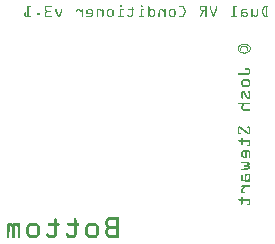
<source format=gbo>
G04 MADE WITH FRITZING*
G04 WWW.FRITZING.ORG*
G04 DOUBLE SIDED*
G04 HOLES PLATED*
G04 CONTOUR ON CENTER OF CONTOUR VECTOR*
%ASAXBY*%
%FSLAX23Y23*%
%MOIN*%
%OFA0B0*%
%SFA1.0B1.0*%
%ADD10R,0.001000X0.001000*%
%LNSILK0*%
G90*
G70*
G54D10*
X486Y1016D02*
X490Y1016D01*
X555Y1016D02*
X559Y1016D01*
X485Y1015D02*
X491Y1015D01*
X554Y1015D02*
X560Y1015D01*
X176Y1014D02*
X188Y1014D01*
X238Y1014D02*
X257Y1014D01*
X485Y1014D02*
X491Y1014D01*
X554Y1014D02*
X560Y1014D01*
X580Y1014D02*
X582Y1014D01*
X683Y1014D02*
X695Y1014D01*
X755Y1014D02*
X773Y1014D01*
X786Y1014D02*
X788Y1014D01*
X805Y1014D02*
X807Y1014D01*
X864Y1014D02*
X873Y1014D01*
X967Y1014D02*
X979Y1014D01*
X176Y1013D02*
X189Y1013D01*
X236Y1013D02*
X258Y1013D01*
X485Y1013D02*
X491Y1013D01*
X554Y1013D02*
X560Y1013D01*
X579Y1013D02*
X582Y1013D01*
X682Y1013D02*
X697Y1013D01*
X753Y1013D02*
X773Y1013D01*
X785Y1013D02*
X789Y1013D01*
X804Y1013D02*
X807Y1013D01*
X863Y1013D02*
X874Y1013D01*
X965Y1013D02*
X979Y1013D01*
X176Y1012D02*
X189Y1012D01*
X236Y1012D02*
X258Y1012D01*
X485Y1012D02*
X491Y1012D01*
X525Y1012D02*
X527Y1012D01*
X554Y1012D02*
X560Y1012D01*
X579Y1012D02*
X583Y1012D01*
X682Y1012D02*
X698Y1012D01*
X752Y1012D02*
X773Y1012D01*
X785Y1012D02*
X789Y1012D01*
X804Y1012D02*
X808Y1012D01*
X863Y1012D02*
X874Y1012D01*
X964Y1012D02*
X979Y1012D01*
X176Y1011D02*
X189Y1011D01*
X235Y1011D02*
X257Y1011D01*
X485Y1011D02*
X491Y1011D01*
X524Y1011D02*
X528Y1011D01*
X554Y1011D02*
X560Y1011D01*
X579Y1011D02*
X583Y1011D01*
X682Y1011D02*
X698Y1011D01*
X752Y1011D02*
X773Y1011D01*
X785Y1011D02*
X789Y1011D01*
X804Y1011D02*
X808Y1011D01*
X863Y1011D02*
X874Y1011D01*
X963Y1011D02*
X979Y1011D01*
X176Y1010D02*
X188Y1010D01*
X235Y1010D02*
X256Y1010D01*
X487Y1010D02*
X490Y1010D01*
X524Y1010D02*
X528Y1010D01*
X555Y1010D02*
X559Y1010D01*
X579Y1010D02*
X583Y1010D01*
X683Y1010D02*
X699Y1010D01*
X751Y1010D02*
X773Y1010D01*
X785Y1010D02*
X789Y1010D01*
X804Y1010D02*
X808Y1010D01*
X863Y1010D02*
X873Y1010D01*
X963Y1010D02*
X978Y1010D01*
X176Y1009D02*
X180Y1009D01*
X235Y1009D02*
X239Y1009D01*
X524Y1009D02*
X528Y1009D01*
X579Y1009D02*
X583Y1009D01*
X695Y1009D02*
X699Y1009D01*
X751Y1009D02*
X755Y1009D01*
X769Y1009D02*
X773Y1009D01*
X785Y1009D02*
X789Y1009D01*
X804Y1009D02*
X808Y1009D01*
X863Y1009D02*
X867Y1009D01*
X962Y1009D02*
X967Y1009D01*
X971Y1009D02*
X975Y1009D01*
X176Y1008D02*
X180Y1008D01*
X235Y1008D02*
X239Y1008D01*
X524Y1008D02*
X528Y1008D01*
X579Y1008D02*
X583Y1008D01*
X695Y1008D02*
X700Y1008D01*
X751Y1008D02*
X755Y1008D01*
X769Y1008D02*
X773Y1008D01*
X785Y1008D02*
X789Y1008D01*
X804Y1008D02*
X808Y1008D01*
X863Y1008D02*
X867Y1008D01*
X962Y1008D02*
X966Y1008D01*
X971Y1008D02*
X975Y1008D01*
X176Y1007D02*
X180Y1007D01*
X235Y1007D02*
X239Y1007D01*
X524Y1007D02*
X528Y1007D01*
X579Y1007D02*
X583Y1007D01*
X696Y1007D02*
X700Y1007D01*
X751Y1007D02*
X754Y1007D01*
X769Y1007D02*
X773Y1007D01*
X785Y1007D02*
X789Y1007D01*
X804Y1007D02*
X808Y1007D01*
X863Y1007D02*
X867Y1007D01*
X961Y1007D02*
X965Y1007D01*
X971Y1007D02*
X975Y1007D01*
X176Y1006D02*
X180Y1006D01*
X235Y1006D02*
X239Y1006D01*
X524Y1006D02*
X528Y1006D01*
X579Y1006D02*
X583Y1006D01*
X696Y1006D02*
X701Y1006D01*
X751Y1006D02*
X754Y1006D01*
X769Y1006D02*
X773Y1006D01*
X785Y1006D02*
X789Y1006D01*
X804Y1006D02*
X808Y1006D01*
X863Y1006D02*
X867Y1006D01*
X961Y1006D02*
X965Y1006D01*
X971Y1006D02*
X975Y1006D01*
X176Y1005D02*
X180Y1005D01*
X235Y1005D02*
X239Y1005D01*
X524Y1005D02*
X528Y1005D01*
X579Y1005D02*
X583Y1005D01*
X697Y1005D02*
X701Y1005D01*
X751Y1005D02*
X754Y1005D01*
X769Y1005D02*
X773Y1005D01*
X785Y1005D02*
X789Y1005D01*
X804Y1005D02*
X808Y1005D01*
X863Y1005D02*
X867Y1005D01*
X960Y1005D02*
X964Y1005D01*
X971Y1005D02*
X975Y1005D01*
X176Y1004D02*
X180Y1004D01*
X235Y1004D02*
X239Y1004D01*
X270Y1004D02*
X272Y1004D01*
X289Y1004D02*
X291Y1004D01*
X343Y1004D02*
X350Y1004D01*
X358Y1004D02*
X360Y1004D01*
X379Y1004D02*
X389Y1004D01*
X412Y1004D02*
X419Y1004D01*
X427Y1004D02*
X429Y1004D01*
X448Y1004D02*
X458Y1004D01*
X486Y1004D02*
X495Y1004D01*
X513Y1004D02*
X532Y1004D01*
X555Y1004D02*
X564Y1004D01*
X579Y1004D02*
X583Y1004D01*
X587Y1004D02*
X595Y1004D01*
X618Y1004D02*
X625Y1004D01*
X633Y1004D02*
X635Y1004D01*
X654Y1004D02*
X664Y1004D01*
X697Y1004D02*
X702Y1004D01*
X751Y1004D02*
X755Y1004D01*
X769Y1004D02*
X773Y1004D01*
X785Y1004D02*
X789Y1004D01*
X804Y1004D02*
X808Y1004D01*
X863Y1004D02*
X867Y1004D01*
X893Y1004D02*
X905Y1004D01*
X924Y1004D02*
X925Y1004D01*
X942Y1004D02*
X944Y1004D01*
X960Y1004D02*
X964Y1004D01*
X971Y1004D02*
X975Y1004D01*
X176Y1003D02*
X180Y1003D01*
X235Y1003D02*
X239Y1003D01*
X270Y1003D02*
X273Y1003D01*
X289Y1003D02*
X292Y1003D01*
X341Y1003D02*
X352Y1003D01*
X357Y1003D02*
X361Y1003D01*
X377Y1003D02*
X391Y1003D01*
X410Y1003D02*
X421Y1003D01*
X426Y1003D02*
X429Y1003D01*
X446Y1003D02*
X459Y1003D01*
X485Y1003D02*
X496Y1003D01*
X513Y1003D02*
X532Y1003D01*
X554Y1003D02*
X564Y1003D01*
X579Y1003D02*
X583Y1003D01*
X586Y1003D02*
X597Y1003D01*
X617Y1003D02*
X627Y1003D01*
X632Y1003D02*
X636Y1003D01*
X652Y1003D02*
X666Y1003D01*
X698Y1003D02*
X702Y1003D01*
X751Y1003D02*
X755Y1003D01*
X769Y1003D02*
X773Y1003D01*
X785Y1003D02*
X789Y1003D01*
X803Y1003D02*
X807Y1003D01*
X863Y1003D02*
X867Y1003D01*
X892Y1003D02*
X906Y1003D01*
X923Y1003D02*
X926Y1003D01*
X942Y1003D02*
X945Y1003D01*
X959Y1003D02*
X963Y1003D01*
X971Y1003D02*
X975Y1003D01*
X176Y1002D02*
X180Y1002D01*
X235Y1002D02*
X239Y1002D01*
X269Y1002D02*
X273Y1002D01*
X288Y1002D02*
X292Y1002D01*
X340Y1002D02*
X353Y1002D01*
X357Y1002D02*
X361Y1002D01*
X376Y1002D02*
X392Y1002D01*
X409Y1002D02*
X422Y1002D01*
X426Y1002D02*
X430Y1002D01*
X445Y1002D02*
X461Y1002D01*
X485Y1002D02*
X496Y1002D01*
X512Y1002D02*
X533Y1002D01*
X554Y1002D02*
X565Y1002D01*
X579Y1002D02*
X598Y1002D01*
X616Y1002D02*
X629Y1002D01*
X632Y1002D02*
X636Y1002D01*
X651Y1002D02*
X667Y1002D01*
X698Y1002D02*
X703Y1002D01*
X751Y1002D02*
X773Y1002D01*
X786Y1002D02*
X790Y1002D01*
X803Y1002D02*
X807Y1002D01*
X863Y1002D02*
X867Y1002D01*
X890Y1002D02*
X906Y1002D01*
X922Y1002D02*
X926Y1002D01*
X941Y1002D02*
X945Y1002D01*
X959Y1002D02*
X963Y1002D01*
X971Y1002D02*
X975Y1002D01*
X176Y1001D02*
X180Y1001D01*
X235Y1001D02*
X239Y1001D01*
X269Y1001D02*
X273Y1001D01*
X288Y1001D02*
X292Y1001D01*
X339Y1001D02*
X354Y1001D01*
X357Y1001D02*
X361Y1001D01*
X375Y1001D02*
X393Y1001D01*
X409Y1001D02*
X424Y1001D01*
X426Y1001D02*
X430Y1001D01*
X443Y1001D02*
X462Y1001D01*
X485Y1001D02*
X496Y1001D01*
X513Y1001D02*
X532Y1001D01*
X554Y1001D02*
X564Y1001D01*
X579Y1001D02*
X599Y1001D01*
X615Y1001D02*
X630Y1001D01*
X632Y1001D02*
X636Y1001D01*
X650Y1001D02*
X668Y1001D01*
X699Y1001D02*
X703Y1001D01*
X752Y1001D02*
X773Y1001D01*
X786Y1001D02*
X790Y1001D01*
X802Y1001D02*
X807Y1001D01*
X863Y1001D02*
X867Y1001D01*
X890Y1001D02*
X906Y1001D01*
X922Y1001D02*
X926Y1001D01*
X941Y1001D02*
X945Y1001D01*
X958Y1001D02*
X962Y1001D01*
X971Y1001D02*
X975Y1001D01*
X176Y1000D02*
X180Y1000D01*
X235Y1000D02*
X239Y1000D01*
X269Y1000D02*
X273Y1000D01*
X288Y1000D02*
X292Y1000D01*
X339Y1000D02*
X355Y1000D01*
X357Y1000D02*
X361Y1000D01*
X374Y1000D02*
X394Y1000D01*
X408Y1000D02*
X430Y1000D01*
X443Y1000D02*
X462Y1000D01*
X485Y1000D02*
X495Y1000D01*
X514Y1000D02*
X531Y1000D01*
X554Y1000D02*
X563Y1000D01*
X579Y1000D02*
X600Y1000D01*
X614Y1000D02*
X636Y1000D01*
X649Y1000D02*
X669Y1000D01*
X699Y1000D02*
X704Y1000D01*
X753Y1000D02*
X773Y1000D01*
X786Y1000D02*
X791Y1000D01*
X802Y1000D02*
X806Y1000D01*
X863Y1000D02*
X867Y1000D01*
X889Y1000D02*
X905Y1000D01*
X922Y1000D02*
X926Y1000D01*
X941Y1000D02*
X945Y1000D01*
X958Y1000D02*
X962Y1000D01*
X971Y1000D02*
X975Y1000D01*
X176Y999D02*
X180Y999D01*
X235Y999D02*
X240Y999D01*
X269Y999D02*
X273Y999D01*
X288Y999D02*
X292Y999D01*
X338Y999D02*
X343Y999D01*
X350Y999D02*
X361Y999D01*
X373Y999D02*
X379Y999D01*
X389Y999D02*
X394Y999D01*
X408Y999D02*
X412Y999D01*
X419Y999D02*
X430Y999D01*
X442Y999D02*
X447Y999D01*
X458Y999D02*
X463Y999D01*
X485Y999D02*
X489Y999D01*
X524Y999D02*
X528Y999D01*
X554Y999D02*
X558Y999D01*
X579Y999D02*
X587Y999D01*
X595Y999D02*
X601Y999D01*
X614Y999D02*
X618Y999D01*
X625Y999D02*
X636Y999D01*
X648Y999D02*
X654Y999D01*
X664Y999D02*
X669Y999D01*
X700Y999D02*
X704Y999D01*
X754Y999D02*
X773Y999D01*
X787Y999D02*
X791Y999D01*
X802Y999D02*
X806Y999D01*
X863Y999D02*
X867Y999D01*
X889Y999D02*
X893Y999D01*
X922Y999D02*
X926Y999D01*
X941Y999D02*
X945Y999D01*
X957Y999D02*
X961Y999D01*
X971Y999D02*
X975Y999D01*
X176Y998D02*
X180Y998D01*
X236Y998D02*
X252Y998D01*
X269Y998D02*
X273Y998D01*
X288Y998D02*
X292Y998D01*
X338Y998D02*
X342Y998D01*
X351Y998D02*
X361Y998D01*
X373Y998D02*
X377Y998D01*
X390Y998D02*
X395Y998D01*
X408Y998D02*
X411Y998D01*
X421Y998D02*
X430Y998D01*
X442Y998D02*
X446Y998D01*
X459Y998D02*
X464Y998D01*
X485Y998D02*
X489Y998D01*
X524Y998D02*
X528Y998D01*
X554Y998D02*
X558Y998D01*
X579Y998D02*
X586Y998D01*
X596Y998D02*
X601Y998D01*
X614Y998D02*
X618Y998D01*
X627Y998D02*
X636Y998D01*
X648Y998D02*
X652Y998D01*
X665Y998D02*
X670Y998D01*
X700Y998D02*
X704Y998D01*
X756Y998D02*
X773Y998D01*
X787Y998D02*
X791Y998D01*
X801Y998D02*
X805Y998D01*
X863Y998D02*
X867Y998D01*
X889Y998D02*
X893Y998D01*
X922Y998D02*
X926Y998D01*
X941Y998D02*
X945Y998D01*
X957Y998D02*
X961Y998D01*
X971Y998D02*
X975Y998D01*
X176Y997D02*
X180Y997D01*
X236Y997D02*
X253Y997D01*
X270Y997D02*
X274Y997D01*
X288Y997D02*
X292Y997D01*
X338Y997D02*
X342Y997D01*
X352Y997D02*
X361Y997D01*
X373Y997D02*
X377Y997D01*
X391Y997D02*
X395Y997D01*
X407Y997D02*
X411Y997D01*
X422Y997D02*
X430Y997D01*
X441Y997D02*
X445Y997D01*
X460Y997D02*
X464Y997D01*
X485Y997D02*
X489Y997D01*
X524Y997D02*
X528Y997D01*
X554Y997D02*
X558Y997D01*
X579Y997D02*
X585Y997D01*
X597Y997D02*
X601Y997D01*
X614Y997D02*
X618Y997D01*
X628Y997D02*
X636Y997D01*
X648Y997D02*
X652Y997D01*
X666Y997D02*
X670Y997D01*
X701Y997D02*
X704Y997D01*
X760Y997D02*
X765Y997D01*
X769Y997D02*
X773Y997D01*
X788Y997D02*
X792Y997D01*
X801Y997D02*
X805Y997D01*
X863Y997D02*
X867Y997D01*
X889Y997D02*
X893Y997D01*
X922Y997D02*
X926Y997D01*
X941Y997D02*
X945Y997D01*
X957Y997D02*
X961Y997D01*
X971Y997D02*
X975Y997D01*
X176Y996D02*
X180Y996D01*
X237Y996D02*
X253Y996D01*
X270Y996D02*
X274Y996D01*
X287Y996D02*
X291Y996D01*
X338Y996D02*
X342Y996D01*
X353Y996D02*
X361Y996D01*
X373Y996D02*
X376Y996D01*
X391Y996D02*
X395Y996D01*
X407Y996D02*
X411Y996D01*
X424Y996D02*
X430Y996D01*
X441Y996D02*
X445Y996D01*
X460Y996D02*
X464Y996D01*
X485Y996D02*
X489Y996D01*
X524Y996D02*
X528Y996D01*
X554Y996D02*
X558Y996D01*
X579Y996D02*
X584Y996D01*
X598Y996D02*
X601Y996D01*
X614Y996D02*
X617Y996D01*
X630Y996D02*
X636Y996D01*
X648Y996D02*
X651Y996D01*
X666Y996D02*
X670Y996D01*
X701Y996D02*
X705Y996D01*
X760Y996D02*
X764Y996D01*
X769Y996D02*
X773Y996D01*
X788Y996D02*
X792Y996D01*
X801Y996D02*
X805Y996D01*
X863Y996D02*
X867Y996D01*
X889Y996D02*
X892Y996D01*
X922Y996D02*
X926Y996D01*
X941Y996D02*
X945Y996D01*
X957Y996D02*
X961Y996D01*
X971Y996D02*
X975Y996D01*
X176Y995D02*
X180Y995D01*
X236Y995D02*
X253Y995D01*
X271Y995D02*
X275Y995D01*
X287Y995D02*
X291Y995D01*
X338Y995D02*
X342Y995D01*
X355Y995D02*
X361Y995D01*
X373Y995D02*
X376Y995D01*
X391Y995D02*
X395Y995D01*
X407Y995D02*
X411Y995D01*
X425Y995D02*
X430Y995D01*
X441Y995D02*
X445Y995D01*
X460Y995D02*
X464Y995D01*
X485Y995D02*
X489Y995D01*
X524Y995D02*
X528Y995D01*
X554Y995D02*
X558Y995D01*
X579Y995D02*
X583Y995D01*
X598Y995D02*
X601Y995D01*
X614Y995D02*
X617Y995D01*
X631Y995D02*
X636Y995D01*
X647Y995D02*
X651Y995D01*
X666Y995D02*
X670Y995D01*
X701Y995D02*
X704Y995D01*
X759Y995D02*
X764Y995D01*
X769Y995D02*
X773Y995D01*
X788Y995D02*
X793Y995D01*
X800Y995D02*
X804Y995D01*
X863Y995D02*
X867Y995D01*
X889Y995D02*
X892Y995D01*
X922Y995D02*
X926Y995D01*
X941Y995D02*
X945Y995D01*
X957Y995D02*
X961Y995D01*
X971Y995D02*
X975Y995D01*
X167Y994D02*
X169Y994D01*
X176Y994D02*
X180Y994D01*
X236Y994D02*
X252Y994D01*
X271Y994D02*
X275Y994D01*
X286Y994D02*
X291Y994D01*
X339Y994D02*
X341Y994D01*
X356Y994D02*
X361Y994D01*
X373Y994D02*
X376Y994D01*
X391Y994D02*
X395Y994D01*
X407Y994D02*
X411Y994D01*
X426Y994D02*
X430Y994D01*
X441Y994D02*
X445Y994D01*
X460Y994D02*
X464Y994D01*
X485Y994D02*
X489Y994D01*
X524Y994D02*
X528Y994D01*
X554Y994D02*
X558Y994D01*
X579Y994D02*
X583Y994D01*
X598Y994D02*
X601Y994D01*
X614Y994D02*
X617Y994D01*
X632Y994D02*
X636Y994D01*
X647Y994D02*
X651Y994D01*
X666Y994D02*
X670Y994D01*
X700Y994D02*
X704Y994D01*
X758Y994D02*
X763Y994D01*
X769Y994D02*
X773Y994D01*
X789Y994D02*
X793Y994D01*
X800Y994D02*
X804Y994D01*
X863Y994D02*
X867Y994D01*
X889Y994D02*
X906Y994D01*
X922Y994D02*
X926Y994D01*
X941Y994D02*
X945Y994D01*
X957Y994D02*
X961Y994D01*
X971Y994D02*
X975Y994D01*
X167Y993D02*
X170Y993D01*
X176Y993D02*
X180Y993D01*
X235Y993D02*
X240Y993D01*
X271Y993D02*
X276Y993D01*
X286Y993D02*
X290Y993D01*
X357Y993D02*
X361Y993D01*
X373Y993D02*
X376Y993D01*
X391Y993D02*
X395Y993D01*
X407Y993D02*
X411Y993D01*
X426Y993D02*
X430Y993D01*
X441Y993D02*
X445Y993D01*
X460Y993D02*
X464Y993D01*
X485Y993D02*
X489Y993D01*
X524Y993D02*
X528Y993D01*
X554Y993D02*
X558Y993D01*
X579Y993D02*
X583Y993D01*
X598Y993D02*
X601Y993D01*
X614Y993D02*
X617Y993D01*
X632Y993D02*
X636Y993D01*
X647Y993D02*
X651Y993D01*
X666Y993D02*
X670Y993D01*
X700Y993D02*
X704Y993D01*
X758Y993D02*
X762Y993D01*
X769Y993D02*
X773Y993D01*
X789Y993D02*
X793Y993D01*
X799Y993D02*
X804Y993D01*
X863Y993D02*
X867Y993D01*
X889Y993D02*
X908Y993D01*
X922Y993D02*
X926Y993D01*
X941Y993D02*
X945Y993D01*
X957Y993D02*
X961Y993D01*
X971Y993D02*
X975Y993D01*
X166Y992D02*
X170Y992D01*
X176Y992D02*
X180Y992D01*
X209Y992D02*
X215Y992D01*
X235Y992D02*
X239Y992D01*
X272Y992D02*
X276Y992D01*
X285Y992D02*
X290Y992D01*
X357Y992D02*
X361Y992D01*
X373Y992D02*
X395Y992D01*
X407Y992D02*
X411Y992D01*
X426Y992D02*
X430Y992D01*
X441Y992D02*
X445Y992D01*
X460Y992D02*
X464Y992D01*
X485Y992D02*
X489Y992D01*
X524Y992D02*
X528Y992D01*
X554Y992D02*
X558Y992D01*
X579Y992D02*
X583Y992D01*
X598Y992D02*
X601Y992D01*
X614Y992D02*
X617Y992D01*
X632Y992D02*
X636Y992D01*
X647Y992D02*
X651Y992D01*
X666Y992D02*
X670Y992D01*
X699Y992D02*
X704Y992D01*
X757Y992D02*
X762Y992D01*
X769Y992D02*
X773Y992D01*
X790Y992D02*
X794Y992D01*
X799Y992D02*
X803Y992D01*
X863Y992D02*
X867Y992D01*
X889Y992D02*
X909Y992D01*
X922Y992D02*
X926Y992D01*
X941Y992D02*
X945Y992D01*
X958Y992D02*
X962Y992D01*
X971Y992D02*
X975Y992D01*
X166Y991D02*
X170Y991D01*
X176Y991D02*
X180Y991D01*
X208Y991D02*
X216Y991D01*
X235Y991D02*
X239Y991D01*
X272Y991D02*
X277Y991D01*
X285Y991D02*
X289Y991D01*
X357Y991D02*
X361Y991D01*
X373Y991D02*
X395Y991D01*
X407Y991D02*
X411Y991D01*
X426Y991D02*
X430Y991D01*
X441Y991D02*
X445Y991D01*
X460Y991D02*
X464Y991D01*
X485Y991D02*
X489Y991D01*
X524Y991D02*
X528Y991D01*
X554Y991D02*
X558Y991D01*
X579Y991D02*
X583Y991D01*
X598Y991D02*
X601Y991D01*
X614Y991D02*
X617Y991D01*
X632Y991D02*
X636Y991D01*
X647Y991D02*
X651Y991D01*
X666Y991D02*
X670Y991D01*
X699Y991D02*
X703Y991D01*
X757Y991D02*
X761Y991D01*
X769Y991D02*
X773Y991D01*
X790Y991D02*
X794Y991D01*
X799Y991D02*
X803Y991D01*
X863Y991D02*
X867Y991D01*
X888Y991D02*
X910Y991D01*
X922Y991D02*
X926Y991D01*
X941Y991D02*
X945Y991D01*
X958Y991D02*
X962Y991D01*
X971Y991D02*
X975Y991D01*
X166Y990D02*
X170Y990D01*
X176Y990D02*
X180Y990D01*
X208Y990D02*
X216Y990D01*
X235Y990D02*
X239Y990D01*
X273Y990D02*
X277Y990D01*
X285Y990D02*
X289Y990D01*
X357Y990D02*
X361Y990D01*
X373Y990D02*
X395Y990D01*
X407Y990D02*
X411Y990D01*
X426Y990D02*
X430Y990D01*
X441Y990D02*
X445Y990D01*
X460Y990D02*
X464Y990D01*
X485Y990D02*
X489Y990D01*
X524Y990D02*
X528Y990D01*
X554Y990D02*
X558Y990D01*
X579Y990D02*
X583Y990D01*
X598Y990D02*
X601Y990D01*
X613Y990D02*
X617Y990D01*
X632Y990D02*
X636Y990D01*
X647Y990D02*
X651Y990D01*
X666Y990D02*
X670Y990D01*
X698Y990D02*
X703Y990D01*
X756Y990D02*
X761Y990D01*
X769Y990D02*
X773Y990D01*
X790Y990D02*
X794Y990D01*
X798Y990D02*
X802Y990D01*
X863Y990D02*
X867Y990D01*
X888Y990D02*
X910Y990D01*
X922Y990D02*
X926Y990D01*
X941Y990D02*
X945Y990D01*
X959Y990D02*
X963Y990D01*
X971Y990D02*
X975Y990D01*
X166Y989D02*
X170Y989D01*
X176Y989D02*
X180Y989D01*
X208Y989D02*
X216Y989D01*
X235Y989D02*
X239Y989D01*
X273Y989D02*
X277Y989D01*
X284Y989D02*
X288Y989D01*
X357Y989D02*
X361Y989D01*
X373Y989D02*
X395Y989D01*
X407Y989D02*
X411Y989D01*
X426Y989D02*
X430Y989D01*
X441Y989D02*
X445Y989D01*
X460Y989D02*
X464Y989D01*
X485Y989D02*
X489Y989D01*
X524Y989D02*
X528Y989D01*
X554Y989D02*
X558Y989D01*
X579Y989D02*
X583Y989D01*
X598Y989D02*
X601Y989D01*
X613Y989D02*
X617Y989D01*
X632Y989D02*
X636Y989D01*
X647Y989D02*
X651Y989D01*
X666Y989D02*
X670Y989D01*
X698Y989D02*
X702Y989D01*
X756Y989D02*
X760Y989D01*
X769Y989D02*
X773Y989D01*
X791Y989D02*
X795Y989D01*
X798Y989D02*
X802Y989D01*
X863Y989D02*
X867Y989D01*
X888Y989D02*
X893Y989D01*
X906Y989D02*
X911Y989D01*
X922Y989D02*
X926Y989D01*
X941Y989D02*
X945Y989D01*
X959Y989D02*
X963Y989D01*
X971Y989D02*
X975Y989D01*
X166Y988D02*
X170Y988D01*
X176Y988D02*
X180Y988D01*
X208Y988D02*
X216Y988D01*
X235Y988D02*
X239Y988D01*
X274Y988D02*
X278Y988D01*
X284Y988D02*
X288Y988D01*
X357Y988D02*
X361Y988D01*
X374Y988D02*
X395Y988D01*
X407Y988D02*
X411Y988D01*
X426Y988D02*
X430Y988D01*
X441Y988D02*
X445Y988D01*
X460Y988D02*
X464Y988D01*
X485Y988D02*
X489Y988D01*
X524Y988D02*
X528Y988D01*
X554Y988D02*
X558Y988D01*
X579Y988D02*
X583Y988D01*
X598Y988D02*
X601Y988D01*
X613Y988D02*
X617Y988D01*
X632Y988D02*
X636Y988D01*
X647Y988D02*
X651Y988D01*
X666Y988D02*
X670Y988D01*
X697Y988D02*
X702Y988D01*
X755Y988D02*
X760Y988D01*
X769Y988D02*
X773Y988D01*
X791Y988D02*
X795Y988D01*
X797Y988D02*
X802Y988D01*
X863Y988D02*
X867Y988D01*
X888Y988D02*
X892Y988D01*
X907Y988D02*
X911Y988D01*
X922Y988D02*
X926Y988D01*
X941Y988D02*
X945Y988D01*
X960Y988D02*
X964Y988D01*
X971Y988D02*
X975Y988D01*
X166Y987D02*
X170Y987D01*
X176Y987D02*
X180Y987D01*
X208Y987D02*
X216Y987D01*
X235Y987D02*
X239Y987D01*
X274Y987D02*
X278Y987D01*
X283Y987D02*
X287Y987D01*
X357Y987D02*
X361Y987D01*
X391Y987D02*
X395Y987D01*
X407Y987D02*
X411Y987D01*
X426Y987D02*
X430Y987D01*
X441Y987D02*
X445Y987D01*
X460Y987D02*
X464Y987D01*
X485Y987D02*
X489Y987D01*
X524Y987D02*
X528Y987D01*
X554Y987D02*
X558Y987D01*
X579Y987D02*
X583Y987D01*
X598Y987D02*
X601Y987D01*
X613Y987D02*
X617Y987D01*
X632Y987D02*
X636Y987D01*
X647Y987D02*
X651Y987D01*
X666Y987D02*
X670Y987D01*
X697Y987D02*
X701Y987D01*
X754Y987D02*
X759Y987D01*
X769Y987D02*
X773Y987D01*
X791Y987D02*
X801Y987D01*
X863Y987D02*
X867Y987D01*
X888Y987D02*
X892Y987D01*
X907Y987D02*
X911Y987D01*
X922Y987D02*
X927Y987D01*
X941Y987D02*
X945Y987D01*
X960Y987D02*
X964Y987D01*
X971Y987D02*
X975Y987D01*
X166Y986D02*
X170Y986D01*
X176Y986D02*
X180Y986D01*
X208Y986D02*
X216Y986D01*
X235Y986D02*
X239Y986D01*
X274Y986D02*
X279Y986D01*
X283Y986D02*
X287Y986D01*
X357Y986D02*
X361Y986D01*
X391Y986D02*
X395Y986D01*
X407Y986D02*
X411Y986D01*
X426Y986D02*
X430Y986D01*
X441Y986D02*
X445Y986D01*
X460Y986D02*
X464Y986D01*
X485Y986D02*
X489Y986D01*
X511Y986D02*
X512Y986D01*
X524Y986D02*
X528Y986D01*
X554Y986D02*
X558Y986D01*
X579Y986D02*
X584Y986D01*
X598Y986D02*
X601Y986D01*
X613Y986D02*
X617Y986D01*
X632Y986D02*
X636Y986D01*
X647Y986D02*
X651Y986D01*
X666Y986D02*
X670Y986D01*
X696Y986D02*
X701Y986D01*
X754Y986D02*
X758Y986D01*
X769Y986D02*
X773Y986D01*
X792Y986D02*
X801Y986D01*
X863Y986D02*
X867Y986D01*
X888Y986D02*
X892Y986D01*
X907Y986D02*
X911Y986D01*
X922Y986D02*
X928Y986D01*
X941Y986D02*
X945Y986D01*
X961Y986D02*
X965Y986D01*
X971Y986D02*
X975Y986D01*
X166Y985D02*
X170Y985D01*
X176Y985D02*
X180Y985D01*
X208Y985D02*
X216Y985D01*
X235Y985D02*
X239Y985D01*
X275Y985D02*
X279Y985D01*
X282Y985D02*
X287Y985D01*
X357Y985D02*
X361Y985D01*
X391Y985D02*
X395Y985D01*
X407Y985D02*
X411Y985D01*
X426Y985D02*
X430Y985D01*
X441Y985D02*
X445Y985D01*
X460Y985D02*
X464Y985D01*
X485Y985D02*
X489Y985D01*
X510Y985D02*
X513Y985D01*
X524Y985D02*
X528Y985D01*
X554Y985D02*
X558Y985D01*
X579Y985D02*
X585Y985D01*
X597Y985D02*
X601Y985D01*
X613Y985D02*
X617Y985D01*
X632Y985D02*
X636Y985D01*
X648Y985D02*
X652Y985D01*
X666Y985D02*
X670Y985D01*
X696Y985D02*
X700Y985D01*
X753Y985D02*
X758Y985D01*
X769Y985D02*
X773Y985D01*
X792Y985D02*
X800Y985D01*
X863Y985D02*
X867Y985D01*
X888Y985D02*
X893Y985D01*
X907Y985D02*
X911Y985D01*
X922Y985D02*
X930Y985D01*
X941Y985D02*
X945Y985D01*
X961Y985D02*
X965Y985D01*
X971Y985D02*
X975Y985D01*
X166Y984D02*
X170Y984D01*
X176Y984D02*
X180Y984D01*
X209Y984D02*
X215Y984D01*
X235Y984D02*
X239Y984D01*
X275Y984D02*
X280Y984D01*
X282Y984D02*
X286Y984D01*
X357Y984D02*
X361Y984D01*
X390Y984D02*
X395Y984D01*
X407Y984D02*
X411Y984D01*
X426Y984D02*
X430Y984D01*
X442Y984D02*
X446Y984D01*
X459Y984D02*
X464Y984D01*
X485Y984D02*
X489Y984D01*
X510Y984D02*
X514Y984D01*
X524Y984D02*
X528Y984D01*
X554Y984D02*
X558Y984D01*
X579Y984D02*
X586Y984D01*
X597Y984D02*
X601Y984D01*
X613Y984D02*
X617Y984D01*
X632Y984D02*
X636Y984D01*
X648Y984D02*
X652Y984D01*
X665Y984D02*
X670Y984D01*
X695Y984D02*
X700Y984D01*
X753Y984D02*
X757Y984D01*
X769Y984D02*
X773Y984D01*
X793Y984D02*
X800Y984D01*
X863Y984D02*
X867Y984D01*
X888Y984D02*
X894Y984D01*
X907Y984D02*
X911Y984D01*
X922Y984D02*
X931Y984D01*
X941Y984D02*
X945Y984D01*
X962Y984D02*
X966Y984D01*
X971Y984D02*
X975Y984D01*
X166Y983D02*
X170Y983D01*
X176Y983D02*
X180Y983D01*
X235Y983D02*
X239Y983D01*
X276Y983D02*
X286Y983D01*
X357Y983D02*
X361Y983D01*
X389Y983D02*
X395Y983D01*
X407Y983D02*
X411Y983D01*
X426Y983D02*
X430Y983D01*
X442Y983D02*
X447Y983D01*
X458Y983D02*
X463Y983D01*
X485Y983D02*
X489Y983D01*
X510Y983D02*
X515Y983D01*
X523Y983D02*
X528Y983D01*
X554Y983D02*
X558Y983D01*
X579Y983D02*
X587Y983D01*
X595Y983D02*
X601Y983D01*
X613Y983D02*
X617Y983D01*
X632Y983D02*
X636Y983D01*
X648Y983D02*
X654Y983D01*
X664Y983D02*
X669Y983D01*
X695Y983D02*
X699Y983D01*
X752Y983D02*
X757Y983D01*
X769Y983D02*
X773Y983D01*
X793Y983D02*
X800Y983D01*
X863Y983D02*
X867Y983D01*
X888Y983D02*
X896Y983D01*
X906Y983D02*
X911Y983D01*
X922Y983D02*
X933Y983D01*
X940Y983D02*
X944Y983D01*
X962Y983D02*
X967Y983D01*
X971Y983D02*
X975Y983D01*
X166Y982D02*
X188Y982D01*
X235Y982D02*
X256Y982D01*
X276Y982D02*
X285Y982D01*
X357Y982D02*
X361Y982D01*
X374Y982D02*
X394Y982D01*
X407Y982D02*
X411Y982D01*
X426Y982D02*
X430Y982D01*
X443Y982D02*
X463Y982D01*
X479Y982D02*
X495Y982D01*
X511Y982D02*
X527Y982D01*
X548Y982D02*
X563Y982D01*
X579Y982D02*
X600Y982D01*
X613Y982D02*
X617Y982D01*
X632Y982D02*
X636Y982D01*
X649Y982D02*
X669Y982D01*
X683Y982D02*
X699Y982D01*
X751Y982D02*
X756Y982D01*
X769Y982D02*
X773Y982D01*
X793Y982D02*
X799Y982D01*
X858Y982D02*
X873Y982D01*
X888Y982D02*
X910Y982D01*
X922Y982D02*
X944Y982D01*
X963Y982D02*
X978Y982D01*
X166Y981D02*
X189Y981D01*
X235Y981D02*
X257Y981D01*
X277Y981D02*
X285Y981D01*
X357Y981D02*
X361Y981D01*
X373Y981D02*
X393Y981D01*
X407Y981D02*
X411Y981D01*
X426Y981D02*
X430Y981D01*
X444Y981D02*
X462Y981D01*
X478Y981D02*
X496Y981D01*
X511Y981D02*
X527Y981D01*
X547Y981D02*
X564Y981D01*
X579Y981D02*
X599Y981D01*
X613Y981D02*
X617Y981D01*
X632Y981D02*
X636Y981D01*
X650Y981D02*
X668Y981D01*
X682Y981D02*
X698Y981D01*
X751Y981D02*
X755Y981D01*
X769Y981D02*
X773Y981D01*
X794Y981D02*
X799Y981D01*
X856Y981D02*
X874Y981D01*
X888Y981D02*
X910Y981D01*
X922Y981D02*
X926Y981D01*
X928Y981D02*
X943Y981D01*
X963Y981D02*
X979Y981D01*
X166Y980D02*
X189Y980D01*
X236Y980D02*
X258Y980D01*
X277Y980D02*
X284Y980D01*
X357Y980D02*
X361Y980D01*
X373Y980D02*
X392Y980D01*
X407Y980D02*
X411Y980D01*
X426Y980D02*
X430Y980D01*
X445Y980D02*
X461Y980D01*
X478Y980D02*
X496Y980D01*
X512Y980D02*
X526Y980D01*
X547Y980D02*
X565Y980D01*
X579Y980D02*
X598Y980D01*
X613Y980D02*
X617Y980D01*
X632Y980D02*
X636Y980D01*
X651Y980D02*
X667Y980D01*
X682Y980D02*
X697Y980D01*
X751Y980D02*
X755Y980D01*
X769Y980D02*
X773Y980D01*
X794Y980D02*
X798Y980D01*
X856Y980D02*
X874Y980D01*
X888Y980D02*
X909Y980D01*
X922Y980D02*
X926Y980D01*
X930Y980D02*
X943Y980D01*
X964Y980D02*
X979Y980D01*
X167Y979D02*
X189Y979D01*
X236Y979D02*
X257Y979D01*
X278Y979D02*
X284Y979D01*
X357Y979D02*
X361Y979D01*
X373Y979D02*
X391Y979D01*
X407Y979D02*
X410Y979D01*
X426Y979D02*
X429Y979D01*
X446Y979D02*
X459Y979D01*
X478Y979D02*
X496Y979D01*
X513Y979D02*
X525Y979D01*
X547Y979D02*
X564Y979D01*
X579Y979D02*
X582Y979D01*
X585Y979D02*
X597Y979D01*
X613Y979D02*
X617Y979D01*
X632Y979D02*
X636Y979D01*
X652Y979D02*
X666Y979D01*
X682Y979D02*
X696Y979D01*
X751Y979D02*
X754Y979D01*
X770Y979D02*
X773Y979D01*
X795Y979D02*
X798Y979D01*
X856Y979D02*
X874Y979D01*
X888Y979D02*
X892Y979D01*
X894Y979D02*
X908Y979D01*
X923Y979D02*
X926Y979D01*
X931Y979D02*
X942Y979D01*
X965Y979D02*
X979Y979D01*
X167Y978D02*
X188Y978D01*
X238Y978D02*
X257Y978D01*
X278Y978D02*
X283Y978D01*
X358Y978D02*
X360Y978D01*
X374Y978D02*
X389Y978D01*
X408Y978D02*
X410Y978D01*
X427Y978D02*
X429Y978D01*
X448Y978D02*
X458Y978D01*
X479Y978D02*
X495Y978D01*
X515Y978D02*
X523Y978D01*
X548Y978D02*
X564Y978D01*
X580Y978D02*
X582Y978D01*
X587Y978D02*
X595Y978D01*
X614Y978D02*
X616Y978D01*
X633Y978D02*
X635Y978D01*
X654Y978D02*
X664Y978D01*
X683Y978D02*
X695Y978D01*
X752Y978D02*
X753Y978D01*
X770Y978D02*
X772Y978D01*
X795Y978D02*
X797Y978D01*
X857Y978D02*
X873Y978D01*
X889Y978D02*
X891Y978D01*
X896Y978D02*
X906Y978D01*
X923Y978D02*
X925Y978D01*
X933Y978D02*
X940Y978D01*
X967Y978D02*
X979Y978D01*
X895Y888D02*
X902Y888D01*
X890Y887D02*
X907Y887D01*
X888Y886D02*
X910Y886D01*
X886Y885D02*
X912Y885D01*
X884Y884D02*
X892Y884D01*
X907Y884D02*
X914Y884D01*
X883Y883D02*
X888Y883D01*
X909Y883D02*
X915Y883D01*
X882Y882D02*
X886Y882D01*
X897Y882D02*
X901Y882D01*
X912Y882D02*
X916Y882D01*
X881Y881D02*
X885Y881D01*
X893Y881D02*
X905Y881D01*
X913Y881D02*
X917Y881D01*
X880Y880D02*
X884Y880D01*
X891Y880D02*
X907Y880D01*
X914Y880D02*
X918Y880D01*
X879Y879D02*
X883Y879D01*
X890Y879D02*
X908Y879D01*
X915Y879D02*
X919Y879D01*
X879Y878D02*
X882Y878D01*
X888Y878D02*
X909Y878D01*
X916Y878D02*
X919Y878D01*
X878Y877D02*
X881Y877D01*
X888Y877D02*
X894Y877D01*
X904Y877D02*
X910Y877D01*
X917Y877D02*
X920Y877D01*
X878Y876D02*
X881Y876D01*
X887Y876D02*
X892Y876D01*
X906Y876D02*
X911Y876D01*
X917Y876D02*
X920Y876D01*
X878Y875D02*
X880Y875D01*
X886Y875D02*
X890Y875D01*
X907Y875D02*
X911Y875D01*
X918Y875D02*
X920Y875D01*
X878Y874D02*
X880Y874D01*
X886Y874D02*
X890Y874D01*
X908Y874D02*
X912Y874D01*
X918Y874D02*
X920Y874D01*
X878Y873D02*
X880Y873D01*
X886Y873D02*
X889Y873D01*
X909Y873D02*
X912Y873D01*
X918Y873D02*
X920Y873D01*
X878Y872D02*
X880Y872D01*
X886Y872D02*
X889Y872D01*
X909Y872D02*
X912Y872D01*
X918Y872D02*
X920Y872D01*
X878Y871D02*
X880Y871D01*
X885Y871D02*
X889Y871D01*
X910Y871D02*
X912Y871D01*
X918Y871D02*
X920Y871D01*
X878Y870D02*
X880Y870D01*
X885Y870D02*
X889Y870D01*
X910Y870D02*
X912Y870D01*
X918Y870D02*
X920Y870D01*
X878Y869D02*
X880Y869D01*
X886Y869D02*
X889Y869D01*
X910Y869D02*
X912Y869D01*
X918Y869D02*
X920Y869D01*
X878Y868D02*
X881Y868D01*
X886Y868D02*
X889Y868D01*
X910Y868D02*
X912Y868D01*
X917Y868D02*
X920Y868D01*
X878Y867D02*
X881Y867D01*
X886Y867D02*
X889Y867D01*
X909Y867D02*
X912Y867D01*
X917Y867D02*
X920Y867D01*
X879Y866D02*
X882Y866D01*
X886Y866D02*
X889Y866D01*
X909Y866D02*
X912Y866D01*
X916Y866D02*
X919Y866D01*
X879Y865D02*
X883Y865D01*
X886Y865D02*
X889Y865D01*
X909Y865D02*
X912Y865D01*
X915Y865D02*
X919Y865D01*
X880Y864D02*
X883Y864D01*
X914Y864D02*
X918Y864D01*
X881Y863D02*
X885Y863D01*
X913Y863D02*
X917Y863D01*
X882Y862D02*
X886Y862D01*
X912Y862D02*
X916Y862D01*
X883Y861D02*
X888Y861D01*
X910Y861D02*
X915Y861D01*
X884Y860D02*
X891Y860D01*
X907Y860D02*
X914Y860D01*
X886Y859D02*
X897Y859D01*
X901Y859D02*
X912Y859D01*
X888Y858D02*
X910Y858D01*
X890Y857D02*
X908Y857D01*
X895Y856D02*
X903Y856D01*
X902Y807D02*
X913Y807D01*
X901Y806D02*
X915Y806D01*
X901Y805D02*
X917Y805D01*
X901Y804D02*
X917Y804D01*
X901Y803D02*
X918Y803D01*
X903Y802D02*
X919Y802D01*
X914Y801D02*
X919Y801D01*
X914Y800D02*
X919Y800D01*
X915Y799D02*
X919Y799D01*
X915Y798D02*
X919Y798D01*
X915Y797D02*
X919Y797D01*
X915Y796D02*
X919Y796D01*
X915Y795D02*
X919Y795D01*
X915Y794D02*
X919Y794D01*
X914Y793D02*
X919Y793D01*
X914Y792D02*
X919Y792D01*
X879Y791D02*
X919Y791D01*
X878Y790D02*
X918Y790D01*
X878Y789D02*
X917Y789D01*
X878Y788D02*
X916Y788D01*
X878Y787D02*
X915Y787D01*
X879Y786D02*
X913Y786D01*
X896Y770D02*
X913Y770D01*
X894Y769D02*
X914Y769D01*
X893Y768D02*
X915Y768D01*
X892Y767D02*
X916Y767D01*
X891Y766D02*
X917Y766D01*
X890Y765D02*
X897Y765D01*
X911Y765D02*
X918Y765D01*
X890Y764D02*
X896Y764D01*
X913Y764D02*
X918Y764D01*
X890Y763D02*
X895Y763D01*
X913Y763D02*
X919Y763D01*
X889Y762D02*
X894Y762D01*
X914Y762D02*
X919Y762D01*
X889Y761D02*
X894Y761D01*
X915Y761D02*
X919Y761D01*
X889Y760D02*
X894Y760D01*
X915Y760D02*
X919Y760D01*
X889Y759D02*
X894Y759D01*
X915Y759D02*
X919Y759D01*
X889Y758D02*
X894Y758D01*
X915Y758D02*
X919Y758D01*
X889Y757D02*
X894Y757D01*
X915Y757D02*
X919Y757D01*
X889Y756D02*
X894Y756D01*
X915Y756D02*
X919Y756D01*
X889Y755D02*
X894Y755D01*
X915Y755D02*
X919Y755D01*
X889Y754D02*
X894Y754D01*
X915Y754D02*
X919Y754D01*
X889Y753D02*
X894Y753D01*
X914Y753D02*
X919Y753D01*
X889Y752D02*
X894Y752D01*
X914Y752D02*
X919Y752D01*
X890Y751D02*
X895Y751D01*
X913Y751D02*
X919Y751D01*
X890Y750D02*
X896Y750D01*
X912Y750D02*
X918Y750D01*
X891Y749D02*
X918Y749D01*
X891Y748D02*
X917Y748D01*
X892Y747D02*
X916Y747D01*
X893Y746D02*
X915Y746D01*
X894Y745D02*
X914Y745D01*
X896Y744D02*
X912Y744D01*
X914Y731D02*
X915Y731D01*
X893Y730D02*
X898Y730D01*
X913Y730D02*
X916Y730D01*
X892Y729D02*
X900Y729D01*
X912Y729D02*
X917Y729D01*
X891Y728D02*
X901Y728D01*
X912Y728D02*
X918Y728D01*
X890Y727D02*
X901Y727D01*
X913Y727D02*
X918Y727D01*
X890Y726D02*
X902Y726D01*
X913Y726D02*
X919Y726D01*
X889Y725D02*
X895Y725D01*
X897Y725D02*
X902Y725D01*
X914Y725D02*
X919Y725D01*
X889Y724D02*
X894Y724D01*
X898Y724D02*
X903Y724D01*
X914Y724D02*
X919Y724D01*
X889Y723D02*
X894Y723D01*
X898Y723D02*
X903Y723D01*
X915Y723D02*
X919Y723D01*
X889Y722D02*
X894Y722D01*
X899Y722D02*
X903Y722D01*
X915Y722D02*
X919Y722D01*
X889Y721D02*
X894Y721D01*
X899Y721D02*
X904Y721D01*
X915Y721D02*
X919Y721D01*
X889Y720D02*
X894Y720D01*
X899Y720D02*
X904Y720D01*
X915Y720D02*
X919Y720D01*
X889Y719D02*
X894Y719D01*
X900Y719D02*
X905Y719D01*
X915Y719D02*
X919Y719D01*
X889Y718D02*
X894Y718D01*
X900Y718D02*
X905Y718D01*
X915Y718D02*
X919Y718D01*
X889Y717D02*
X894Y717D01*
X901Y717D02*
X906Y717D01*
X915Y717D02*
X919Y717D01*
X889Y716D02*
X894Y716D01*
X901Y716D02*
X906Y716D01*
X915Y716D02*
X919Y716D01*
X889Y715D02*
X894Y715D01*
X902Y715D02*
X907Y715D01*
X915Y715D02*
X919Y715D01*
X889Y714D02*
X894Y714D01*
X902Y714D02*
X907Y714D01*
X915Y714D02*
X919Y714D01*
X889Y713D02*
X894Y713D01*
X902Y713D02*
X907Y713D01*
X915Y713D02*
X919Y713D01*
X889Y712D02*
X894Y712D01*
X903Y712D02*
X908Y712D01*
X914Y712D02*
X919Y712D01*
X889Y711D02*
X894Y711D01*
X903Y711D02*
X908Y711D01*
X914Y711D02*
X919Y711D01*
X889Y710D02*
X895Y710D01*
X904Y710D02*
X910Y710D01*
X912Y710D02*
X919Y710D01*
X890Y709D02*
X895Y709D01*
X904Y709D02*
X918Y709D01*
X890Y708D02*
X896Y708D01*
X905Y708D02*
X918Y708D01*
X891Y707D02*
X896Y707D01*
X906Y707D02*
X917Y707D01*
X892Y706D02*
X895Y706D01*
X907Y706D02*
X916Y706D01*
X893Y705D02*
X894Y705D01*
X908Y705D02*
X914Y705D01*
X878Y691D02*
X918Y691D01*
X878Y690D02*
X919Y690D01*
X878Y689D02*
X919Y689D01*
X878Y688D02*
X919Y688D01*
X879Y687D02*
X918Y687D01*
X893Y686D02*
X899Y686D01*
X893Y685D02*
X898Y685D01*
X892Y684D02*
X898Y684D01*
X892Y683D02*
X897Y683D01*
X891Y682D02*
X897Y682D01*
X890Y681D02*
X896Y681D01*
X890Y680D02*
X895Y680D01*
X889Y679D02*
X895Y679D01*
X889Y678D02*
X894Y678D01*
X889Y677D02*
X894Y677D01*
X889Y676D02*
X894Y676D01*
X889Y675D02*
X894Y675D01*
X889Y674D02*
X894Y674D01*
X889Y673D02*
X894Y673D01*
X889Y672D02*
X894Y672D01*
X890Y671D02*
X896Y671D01*
X890Y670D02*
X917Y670D01*
X891Y669D02*
X919Y669D01*
X891Y668D02*
X919Y668D01*
X893Y667D02*
X919Y667D01*
X895Y666D02*
X919Y666D01*
X913Y665D02*
X917Y665D01*
X882Y613D02*
X884Y613D01*
X912Y613D02*
X913Y613D01*
X880Y612D02*
X886Y612D01*
X911Y612D02*
X916Y612D01*
X879Y611D02*
X888Y611D01*
X910Y611D02*
X917Y611D01*
X878Y610D02*
X889Y610D01*
X910Y610D02*
X918Y610D01*
X878Y609D02*
X890Y609D01*
X910Y609D02*
X918Y609D01*
X878Y608D02*
X892Y608D01*
X912Y608D02*
X919Y608D01*
X878Y607D02*
X882Y607D01*
X885Y607D02*
X893Y607D01*
X914Y607D02*
X919Y607D01*
X878Y606D02*
X882Y606D01*
X886Y606D02*
X894Y606D01*
X915Y606D02*
X919Y606D01*
X878Y605D02*
X882Y605D01*
X887Y605D02*
X895Y605D01*
X915Y605D02*
X919Y605D01*
X878Y604D02*
X882Y604D01*
X889Y604D02*
X897Y604D01*
X915Y604D02*
X919Y604D01*
X878Y603D02*
X882Y603D01*
X890Y603D02*
X898Y603D01*
X915Y603D02*
X919Y603D01*
X878Y602D02*
X882Y602D01*
X891Y602D02*
X899Y602D01*
X915Y602D02*
X919Y602D01*
X878Y601D02*
X882Y601D01*
X893Y601D02*
X901Y601D01*
X915Y601D02*
X919Y601D01*
X878Y600D02*
X882Y600D01*
X894Y600D02*
X902Y600D01*
X915Y600D02*
X919Y600D01*
X878Y599D02*
X882Y599D01*
X895Y599D02*
X903Y599D01*
X915Y599D02*
X919Y599D01*
X878Y598D02*
X882Y598D01*
X896Y598D02*
X905Y598D01*
X915Y598D02*
X919Y598D01*
X878Y597D02*
X882Y597D01*
X898Y597D02*
X906Y597D01*
X915Y597D02*
X919Y597D01*
X878Y596D02*
X882Y596D01*
X899Y596D02*
X907Y596D01*
X915Y596D02*
X919Y596D01*
X878Y595D02*
X882Y595D01*
X900Y595D02*
X908Y595D01*
X915Y595D02*
X919Y595D01*
X878Y594D02*
X882Y594D01*
X902Y594D02*
X910Y594D01*
X915Y594D02*
X919Y594D01*
X878Y593D02*
X882Y593D01*
X903Y593D02*
X911Y593D01*
X915Y593D02*
X919Y593D01*
X878Y592D02*
X883Y592D01*
X904Y592D02*
X912Y592D01*
X914Y592D02*
X919Y592D01*
X878Y591D02*
X886Y591D01*
X905Y591D02*
X919Y591D01*
X878Y590D02*
X886Y590D01*
X907Y590D02*
X919Y590D01*
X879Y589D02*
X887Y589D01*
X908Y589D02*
X918Y589D01*
X880Y588D02*
X887Y588D01*
X909Y588D02*
X917Y588D01*
X881Y587D02*
X886Y587D01*
X911Y587D02*
X916Y587D01*
X890Y573D02*
X893Y573D01*
X889Y572D02*
X893Y572D01*
X889Y571D02*
X894Y571D01*
X889Y570D02*
X894Y570D01*
X889Y569D02*
X894Y569D01*
X881Y568D02*
X913Y568D01*
X880Y567D02*
X915Y567D01*
X880Y566D02*
X917Y566D01*
X880Y565D02*
X917Y565D01*
X880Y564D02*
X918Y564D01*
X882Y563D02*
X919Y563D01*
X889Y562D02*
X894Y562D01*
X914Y562D02*
X919Y562D01*
X889Y561D02*
X894Y561D01*
X914Y561D02*
X919Y561D01*
X889Y560D02*
X894Y560D01*
X915Y560D02*
X919Y560D01*
X889Y559D02*
X894Y559D01*
X915Y559D02*
X919Y559D01*
X889Y558D02*
X894Y558D01*
X915Y558D02*
X919Y558D01*
X889Y557D02*
X894Y557D01*
X915Y557D02*
X919Y557D01*
X889Y556D02*
X894Y556D01*
X915Y556D02*
X919Y556D01*
X889Y555D02*
X894Y555D01*
X915Y555D02*
X919Y555D01*
X889Y554D02*
X894Y554D01*
X914Y554D02*
X919Y554D01*
X889Y553D02*
X894Y553D01*
X914Y553D02*
X919Y553D01*
X889Y552D02*
X894Y552D01*
X912Y552D02*
X919Y552D01*
X889Y551D02*
X893Y551D01*
X911Y551D02*
X918Y551D01*
X890Y550D02*
X893Y550D01*
X910Y550D02*
X917Y550D01*
X910Y549D02*
X916Y549D01*
X910Y548D02*
X915Y548D01*
X911Y547D02*
X913Y547D01*
X897Y534D02*
X912Y534D01*
X895Y533D02*
X914Y533D01*
X893Y532D02*
X915Y532D01*
X892Y531D02*
X916Y531D01*
X892Y530D02*
X917Y530D01*
X891Y529D02*
X918Y529D01*
X890Y528D02*
X896Y528D01*
X903Y528D02*
X908Y528D01*
X912Y528D02*
X918Y528D01*
X890Y527D02*
X895Y527D01*
X903Y527D02*
X908Y527D01*
X913Y527D02*
X919Y527D01*
X889Y526D02*
X894Y526D01*
X903Y526D02*
X908Y526D01*
X914Y526D02*
X919Y526D01*
X889Y525D02*
X894Y525D01*
X903Y525D02*
X908Y525D01*
X914Y525D02*
X919Y525D01*
X889Y524D02*
X894Y524D01*
X903Y524D02*
X908Y524D01*
X915Y524D02*
X919Y524D01*
X889Y523D02*
X894Y523D01*
X903Y523D02*
X908Y523D01*
X915Y523D02*
X919Y523D01*
X889Y522D02*
X894Y522D01*
X903Y522D02*
X908Y522D01*
X915Y522D02*
X919Y522D01*
X889Y521D02*
X894Y521D01*
X903Y521D02*
X908Y521D01*
X915Y521D02*
X919Y521D01*
X889Y520D02*
X894Y520D01*
X903Y520D02*
X908Y520D01*
X915Y520D02*
X919Y520D01*
X889Y519D02*
X894Y519D01*
X903Y519D02*
X908Y519D01*
X915Y519D02*
X919Y519D01*
X889Y518D02*
X894Y518D01*
X903Y518D02*
X908Y518D01*
X915Y518D02*
X919Y518D01*
X889Y517D02*
X894Y517D01*
X903Y517D02*
X908Y517D01*
X915Y517D02*
X919Y517D01*
X889Y516D02*
X894Y516D01*
X903Y516D02*
X908Y516D01*
X915Y516D02*
X919Y516D01*
X890Y515D02*
X895Y515D01*
X903Y515D02*
X908Y515D01*
X915Y515D02*
X919Y515D01*
X890Y514D02*
X896Y514D01*
X903Y514D02*
X908Y514D01*
X915Y514D02*
X919Y514D01*
X890Y513D02*
X897Y513D01*
X903Y513D02*
X908Y513D01*
X915Y513D02*
X919Y513D01*
X891Y512D02*
X908Y512D01*
X915Y512D02*
X919Y512D01*
X892Y511D02*
X908Y511D01*
X915Y511D02*
X919Y511D01*
X893Y510D02*
X908Y510D01*
X915Y510D02*
X919Y510D01*
X894Y509D02*
X907Y509D01*
X915Y509D02*
X919Y509D01*
X896Y508D02*
X907Y508D01*
X916Y508D02*
X918Y508D01*
X890Y495D02*
X907Y495D01*
X889Y494D02*
X911Y494D01*
X889Y493D02*
X914Y493D01*
X889Y492D02*
X918Y492D01*
X890Y491D02*
X919Y491D01*
X895Y490D02*
X919Y490D01*
X909Y489D02*
X919Y489D01*
X913Y488D02*
X919Y488D01*
X912Y487D02*
X919Y487D01*
X910Y486D02*
X919Y486D01*
X909Y485D02*
X918Y485D01*
X900Y484D02*
X917Y484D01*
X899Y483D02*
X915Y483D01*
X899Y482D02*
X914Y482D01*
X898Y481D02*
X913Y481D01*
X899Y480D02*
X915Y480D01*
X900Y479D02*
X917Y479D01*
X909Y478D02*
X918Y478D01*
X910Y477D02*
X919Y477D01*
X912Y476D02*
X919Y476D01*
X913Y475D02*
X919Y475D01*
X910Y474D02*
X919Y474D01*
X897Y473D02*
X919Y473D01*
X890Y472D02*
X919Y472D01*
X889Y471D02*
X918Y471D01*
X889Y470D02*
X915Y470D01*
X889Y469D02*
X911Y469D01*
X890Y468D02*
X908Y468D01*
X906Y455D02*
X914Y455D01*
X904Y454D02*
X916Y454D01*
X903Y453D02*
X917Y453D01*
X902Y452D02*
X918Y452D01*
X902Y451D02*
X918Y451D01*
X891Y450D02*
X892Y450D01*
X901Y450D02*
X907Y450D01*
X912Y450D02*
X919Y450D01*
X890Y449D02*
X893Y449D01*
X901Y449D02*
X906Y449D01*
X914Y449D02*
X919Y449D01*
X889Y448D02*
X894Y448D01*
X901Y448D02*
X905Y448D01*
X914Y448D02*
X919Y448D01*
X889Y447D02*
X894Y447D01*
X901Y447D02*
X905Y447D01*
X915Y447D02*
X919Y447D01*
X889Y446D02*
X894Y446D01*
X901Y446D02*
X905Y446D01*
X915Y446D02*
X919Y446D01*
X889Y445D02*
X894Y445D01*
X901Y445D02*
X905Y445D01*
X915Y445D02*
X919Y445D01*
X889Y444D02*
X894Y444D01*
X901Y444D02*
X905Y444D01*
X915Y444D02*
X919Y444D01*
X889Y443D02*
X894Y443D01*
X901Y443D02*
X905Y443D01*
X915Y443D02*
X919Y443D01*
X889Y442D02*
X894Y442D01*
X901Y442D02*
X905Y442D01*
X915Y442D02*
X919Y442D01*
X889Y441D02*
X894Y441D01*
X901Y441D02*
X905Y441D01*
X915Y441D02*
X919Y441D01*
X889Y440D02*
X894Y440D01*
X901Y440D02*
X905Y440D01*
X914Y440D02*
X919Y440D01*
X889Y439D02*
X894Y439D01*
X901Y439D02*
X905Y439D01*
X914Y439D02*
X919Y439D01*
X889Y438D02*
X894Y438D01*
X901Y438D02*
X905Y438D01*
X913Y438D02*
X919Y438D01*
X889Y437D02*
X894Y437D01*
X901Y437D02*
X905Y437D01*
X913Y437D02*
X918Y437D01*
X889Y436D02*
X894Y436D01*
X901Y436D02*
X905Y436D01*
X912Y436D02*
X918Y436D01*
X889Y435D02*
X895Y435D01*
X901Y435D02*
X906Y435D01*
X912Y435D02*
X917Y435D01*
X890Y434D02*
X917Y434D01*
X890Y433D02*
X918Y433D01*
X891Y432D02*
X919Y432D01*
X892Y431D02*
X919Y431D01*
X894Y430D02*
X919Y430D01*
X903Y429D02*
X918Y429D01*
X891Y416D02*
X917Y416D01*
X890Y415D02*
X919Y415D01*
X889Y414D02*
X919Y414D01*
X889Y413D02*
X919Y413D01*
X890Y412D02*
X919Y412D01*
X891Y411D02*
X917Y411D01*
X895Y410D02*
X901Y410D01*
X894Y409D02*
X900Y409D01*
X893Y408D02*
X899Y408D01*
X892Y407D02*
X898Y407D01*
X891Y406D02*
X897Y406D01*
X890Y405D02*
X897Y405D01*
X889Y404D02*
X896Y404D01*
X889Y403D02*
X895Y403D01*
X889Y402D02*
X894Y402D01*
X889Y401D02*
X894Y401D01*
X889Y400D02*
X894Y400D01*
X889Y399D02*
X894Y399D01*
X889Y398D02*
X894Y398D01*
X889Y397D02*
X894Y397D01*
X889Y396D02*
X894Y396D01*
X889Y395D02*
X895Y395D01*
X890Y394D02*
X899Y394D01*
X890Y393D02*
X900Y393D01*
X891Y392D02*
X901Y392D01*
X892Y391D02*
X900Y391D01*
X894Y390D02*
X900Y390D01*
X890Y376D02*
X893Y376D01*
X889Y375D02*
X893Y375D01*
X889Y374D02*
X894Y374D01*
X889Y373D02*
X894Y373D01*
X889Y372D02*
X894Y372D01*
X881Y371D02*
X914Y371D01*
X880Y370D02*
X915Y370D01*
X880Y369D02*
X917Y369D01*
X880Y368D02*
X918Y368D01*
X881Y367D02*
X918Y367D01*
X882Y366D02*
X919Y366D01*
X889Y365D02*
X894Y365D01*
X914Y365D02*
X919Y365D01*
X889Y364D02*
X894Y364D01*
X914Y364D02*
X919Y364D01*
X889Y363D02*
X894Y363D01*
X915Y363D02*
X919Y363D01*
X889Y362D02*
X894Y362D01*
X915Y362D02*
X919Y362D01*
X889Y361D02*
X894Y361D01*
X915Y361D02*
X919Y361D01*
X889Y360D02*
X894Y360D01*
X915Y360D02*
X919Y360D01*
X889Y359D02*
X894Y359D01*
X915Y359D02*
X919Y359D01*
X889Y358D02*
X894Y358D01*
X915Y358D02*
X919Y358D01*
X889Y357D02*
X894Y357D01*
X914Y357D02*
X919Y357D01*
X889Y356D02*
X894Y356D01*
X914Y356D02*
X919Y356D01*
X889Y355D02*
X894Y355D01*
X912Y355D02*
X919Y355D01*
X889Y354D02*
X893Y354D01*
X911Y354D02*
X918Y354D01*
X890Y353D02*
X892Y353D01*
X910Y353D02*
X917Y353D01*
X910Y352D02*
X916Y352D01*
X910Y351D02*
X915Y351D01*
X912Y350D02*
X913Y350D01*
X449Y310D02*
X480Y310D01*
X446Y309D02*
X480Y309D01*
X444Y308D02*
X480Y308D01*
X443Y307D02*
X480Y307D01*
X268Y306D02*
X272Y306D01*
X333Y306D02*
X338Y306D01*
X442Y306D02*
X480Y306D01*
X267Y305D02*
X273Y305D01*
X332Y305D02*
X339Y305D01*
X441Y305D02*
X480Y305D01*
X266Y304D02*
X274Y304D01*
X332Y304D02*
X339Y304D01*
X440Y304D02*
X480Y304D01*
X266Y303D02*
X274Y303D01*
X332Y303D02*
X339Y303D01*
X439Y303D02*
X480Y303D01*
X266Y302D02*
X274Y302D01*
X331Y302D02*
X340Y302D01*
X438Y302D02*
X480Y302D01*
X266Y301D02*
X274Y301D01*
X331Y301D02*
X340Y301D01*
X438Y301D02*
X450Y301D01*
X472Y301D02*
X480Y301D01*
X266Y300D02*
X274Y300D01*
X331Y300D02*
X340Y300D01*
X437Y300D02*
X448Y300D01*
X472Y300D02*
X480Y300D01*
X266Y299D02*
X274Y299D01*
X331Y299D02*
X340Y299D01*
X437Y299D02*
X447Y299D01*
X472Y299D02*
X480Y299D01*
X266Y298D02*
X274Y298D01*
X331Y298D02*
X340Y298D01*
X437Y298D02*
X446Y298D01*
X472Y298D02*
X480Y298D01*
X266Y297D02*
X274Y297D01*
X331Y297D02*
X340Y297D01*
X436Y297D02*
X445Y297D01*
X472Y297D02*
X480Y297D01*
X266Y296D02*
X274Y296D01*
X331Y296D02*
X340Y296D01*
X436Y296D02*
X445Y296D01*
X472Y296D02*
X480Y296D01*
X266Y295D02*
X274Y295D01*
X331Y295D02*
X340Y295D01*
X436Y295D02*
X444Y295D01*
X472Y295D02*
X480Y295D01*
X266Y294D02*
X274Y294D01*
X331Y294D02*
X340Y294D01*
X436Y294D02*
X444Y294D01*
X472Y294D02*
X480Y294D01*
X266Y293D02*
X274Y293D01*
X331Y293D02*
X340Y293D01*
X436Y293D02*
X444Y293D01*
X472Y293D02*
X480Y293D01*
X266Y292D02*
X274Y292D01*
X331Y292D02*
X340Y292D01*
X436Y292D02*
X444Y292D01*
X472Y292D02*
X480Y292D01*
X117Y291D02*
X121Y291D01*
X133Y291D02*
X139Y291D01*
X147Y291D02*
X150Y291D01*
X186Y291D02*
X204Y291D01*
X246Y291D02*
X281Y291D01*
X311Y291D02*
X346Y291D01*
X383Y291D02*
X401Y291D01*
X436Y291D02*
X444Y291D01*
X472Y291D02*
X480Y291D01*
X114Y290D02*
X123Y290D01*
X131Y290D02*
X141Y290D01*
X145Y290D02*
X151Y290D01*
X184Y290D02*
X207Y290D01*
X245Y290D02*
X282Y290D01*
X310Y290D02*
X347Y290D01*
X381Y290D02*
X404Y290D01*
X436Y290D02*
X444Y290D01*
X472Y290D02*
X480Y290D01*
X112Y289D02*
X125Y289D01*
X130Y289D02*
X143Y289D01*
X145Y289D02*
X152Y289D01*
X182Y289D02*
X208Y289D01*
X244Y289D02*
X282Y289D01*
X310Y289D02*
X348Y289D01*
X379Y289D02*
X405Y289D01*
X436Y289D02*
X444Y289D01*
X472Y289D02*
X480Y289D01*
X111Y288D02*
X126Y288D01*
X129Y288D02*
X152Y288D01*
X181Y288D02*
X210Y288D01*
X244Y288D02*
X283Y288D01*
X309Y288D02*
X348Y288D01*
X378Y288D02*
X407Y288D01*
X436Y288D02*
X444Y288D01*
X472Y288D02*
X480Y288D01*
X110Y287D02*
X152Y287D01*
X180Y287D02*
X211Y287D01*
X243Y287D02*
X283Y287D01*
X309Y287D02*
X349Y287D01*
X377Y287D02*
X408Y287D01*
X436Y287D02*
X444Y287D01*
X472Y287D02*
X480Y287D01*
X110Y286D02*
X152Y286D01*
X178Y286D02*
X212Y286D01*
X244Y286D02*
X283Y286D01*
X309Y286D02*
X348Y286D01*
X375Y286D02*
X409Y286D01*
X436Y286D02*
X444Y286D01*
X472Y286D02*
X480Y286D01*
X109Y285D02*
X152Y285D01*
X177Y285D02*
X213Y285D01*
X244Y285D02*
X282Y285D01*
X309Y285D02*
X348Y285D01*
X374Y285D02*
X410Y285D01*
X436Y285D02*
X445Y285D01*
X472Y285D02*
X480Y285D01*
X109Y284D02*
X152Y284D01*
X176Y284D02*
X214Y284D01*
X245Y284D02*
X282Y284D01*
X310Y284D02*
X348Y284D01*
X373Y284D02*
X411Y284D01*
X436Y284D02*
X446Y284D01*
X472Y284D02*
X480Y284D01*
X108Y283D02*
X152Y283D01*
X176Y283D02*
X215Y283D01*
X246Y283D02*
X281Y283D01*
X311Y283D02*
X346Y283D01*
X373Y283D02*
X412Y283D01*
X437Y283D02*
X446Y283D01*
X472Y283D02*
X480Y283D01*
X108Y282D02*
X117Y282D01*
X120Y282D02*
X134Y282D01*
X138Y282D02*
X152Y282D01*
X175Y282D02*
X187Y282D01*
X203Y282D02*
X215Y282D01*
X266Y282D02*
X274Y282D01*
X331Y282D02*
X340Y282D01*
X372Y282D02*
X384Y282D01*
X400Y282D02*
X412Y282D01*
X437Y282D02*
X447Y282D01*
X472Y282D02*
X480Y282D01*
X108Y281D02*
X116Y281D01*
X121Y281D02*
X134Y281D01*
X139Y281D02*
X152Y281D01*
X174Y281D02*
X185Y281D01*
X205Y281D02*
X216Y281D01*
X266Y281D02*
X274Y281D01*
X331Y281D02*
X340Y281D01*
X371Y281D02*
X382Y281D01*
X402Y281D02*
X413Y281D01*
X438Y281D02*
X449Y281D01*
X472Y281D02*
X480Y281D01*
X108Y280D02*
X116Y280D01*
X122Y280D02*
X134Y280D01*
X140Y280D02*
X152Y280D01*
X174Y280D02*
X184Y280D01*
X206Y280D02*
X216Y280D01*
X266Y280D02*
X274Y280D01*
X331Y280D02*
X340Y280D01*
X371Y280D02*
X381Y280D01*
X403Y280D02*
X413Y280D01*
X438Y280D02*
X480Y280D01*
X108Y279D02*
X116Y279D01*
X123Y279D02*
X134Y279D01*
X141Y279D02*
X152Y279D01*
X174Y279D02*
X183Y279D01*
X207Y279D02*
X217Y279D01*
X266Y279D02*
X274Y279D01*
X331Y279D02*
X340Y279D01*
X371Y279D02*
X380Y279D01*
X404Y279D02*
X414Y279D01*
X439Y279D02*
X480Y279D01*
X108Y278D02*
X116Y278D01*
X125Y278D02*
X134Y278D01*
X143Y278D02*
X152Y278D01*
X173Y278D02*
X182Y278D01*
X208Y278D02*
X217Y278D01*
X266Y278D02*
X274Y278D01*
X331Y278D02*
X340Y278D01*
X370Y278D02*
X379Y278D01*
X405Y278D02*
X414Y278D01*
X440Y278D02*
X480Y278D01*
X108Y277D02*
X116Y277D01*
X125Y277D02*
X134Y277D01*
X144Y277D02*
X152Y277D01*
X173Y277D02*
X182Y277D01*
X209Y277D02*
X217Y277D01*
X266Y277D02*
X274Y277D01*
X331Y277D02*
X340Y277D01*
X370Y277D02*
X379Y277D01*
X406Y277D02*
X414Y277D01*
X441Y277D02*
X480Y277D01*
X108Y276D02*
X116Y276D01*
X126Y276D02*
X134Y276D01*
X144Y276D02*
X152Y276D01*
X173Y276D02*
X181Y276D01*
X209Y276D02*
X217Y276D01*
X266Y276D02*
X274Y276D01*
X331Y276D02*
X340Y276D01*
X370Y276D02*
X378Y276D01*
X406Y276D02*
X414Y276D01*
X441Y276D02*
X480Y276D01*
X108Y275D02*
X116Y275D01*
X126Y275D02*
X134Y275D01*
X144Y275D02*
X152Y275D01*
X173Y275D02*
X181Y275D01*
X209Y275D02*
X217Y275D01*
X266Y275D02*
X274Y275D01*
X331Y275D02*
X340Y275D01*
X370Y275D02*
X378Y275D01*
X406Y275D02*
X414Y275D01*
X442Y275D02*
X480Y275D01*
X108Y274D02*
X116Y274D01*
X126Y274D02*
X134Y274D01*
X144Y274D02*
X152Y274D01*
X173Y274D02*
X181Y274D01*
X209Y274D02*
X217Y274D01*
X266Y274D02*
X274Y274D01*
X331Y274D02*
X340Y274D01*
X370Y274D02*
X378Y274D01*
X406Y274D02*
X414Y274D01*
X441Y274D02*
X480Y274D01*
X108Y273D02*
X116Y273D01*
X126Y273D02*
X134Y273D01*
X144Y273D02*
X152Y273D01*
X173Y273D02*
X181Y273D01*
X209Y273D02*
X217Y273D01*
X266Y273D02*
X274Y273D01*
X331Y273D02*
X340Y273D01*
X370Y273D02*
X378Y273D01*
X406Y273D02*
X414Y273D01*
X440Y273D02*
X480Y273D01*
X108Y272D02*
X116Y272D01*
X126Y272D02*
X134Y272D01*
X144Y272D02*
X152Y272D01*
X173Y272D02*
X181Y272D01*
X209Y272D02*
X217Y272D01*
X266Y272D02*
X274Y272D01*
X331Y272D02*
X340Y272D01*
X370Y272D02*
X378Y272D01*
X406Y272D02*
X414Y272D01*
X439Y272D02*
X480Y272D01*
X108Y271D02*
X116Y271D01*
X126Y271D02*
X134Y271D01*
X144Y271D02*
X152Y271D01*
X173Y271D02*
X181Y271D01*
X209Y271D02*
X217Y271D01*
X266Y271D02*
X274Y271D01*
X331Y271D02*
X340Y271D01*
X370Y271D02*
X378Y271D01*
X406Y271D02*
X414Y271D01*
X438Y271D02*
X480Y271D01*
X108Y270D02*
X116Y270D01*
X126Y270D02*
X134Y270D01*
X144Y270D02*
X152Y270D01*
X173Y270D02*
X181Y270D01*
X209Y270D02*
X217Y270D01*
X266Y270D02*
X274Y270D01*
X331Y270D02*
X340Y270D01*
X370Y270D02*
X378Y270D01*
X406Y270D02*
X414Y270D01*
X438Y270D02*
X449Y270D01*
X472Y270D02*
X480Y270D01*
X108Y269D02*
X116Y269D01*
X126Y269D02*
X134Y269D01*
X144Y269D02*
X152Y269D01*
X173Y269D02*
X181Y269D01*
X209Y269D02*
X217Y269D01*
X266Y269D02*
X274Y269D01*
X331Y269D02*
X340Y269D01*
X370Y269D02*
X378Y269D01*
X406Y269D02*
X414Y269D01*
X437Y269D02*
X448Y269D01*
X472Y269D02*
X480Y269D01*
X108Y268D02*
X116Y268D01*
X126Y268D02*
X134Y268D01*
X144Y268D02*
X152Y268D01*
X173Y268D02*
X181Y268D01*
X209Y268D02*
X217Y268D01*
X266Y268D02*
X274Y268D01*
X331Y268D02*
X340Y268D01*
X370Y268D02*
X378Y268D01*
X406Y268D02*
X414Y268D01*
X437Y268D02*
X446Y268D01*
X472Y268D02*
X480Y268D01*
X108Y267D02*
X116Y267D01*
X126Y267D02*
X134Y267D01*
X144Y267D02*
X152Y267D01*
X173Y267D02*
X181Y267D01*
X209Y267D02*
X217Y267D01*
X266Y267D02*
X274Y267D01*
X331Y267D02*
X340Y267D01*
X370Y267D02*
X378Y267D01*
X406Y267D02*
X414Y267D01*
X437Y267D02*
X446Y267D01*
X472Y267D02*
X480Y267D01*
X108Y266D02*
X116Y266D01*
X126Y266D02*
X134Y266D01*
X144Y266D02*
X152Y266D01*
X173Y266D02*
X181Y266D01*
X209Y266D02*
X217Y266D01*
X266Y266D02*
X274Y266D01*
X331Y266D02*
X340Y266D01*
X370Y266D02*
X378Y266D01*
X406Y266D02*
X414Y266D01*
X436Y266D02*
X445Y266D01*
X472Y266D02*
X480Y266D01*
X108Y265D02*
X116Y265D01*
X126Y265D02*
X134Y265D01*
X144Y265D02*
X152Y265D01*
X173Y265D02*
X181Y265D01*
X209Y265D02*
X217Y265D01*
X266Y265D02*
X274Y265D01*
X331Y265D02*
X340Y265D01*
X370Y265D02*
X378Y265D01*
X406Y265D02*
X414Y265D01*
X436Y265D02*
X444Y265D01*
X472Y265D02*
X480Y265D01*
X108Y264D02*
X116Y264D01*
X126Y264D02*
X134Y264D01*
X144Y264D02*
X152Y264D01*
X173Y264D02*
X181Y264D01*
X209Y264D02*
X217Y264D01*
X266Y264D02*
X274Y264D01*
X331Y264D02*
X340Y264D01*
X370Y264D02*
X378Y264D01*
X406Y264D02*
X414Y264D01*
X436Y264D02*
X444Y264D01*
X472Y264D02*
X480Y264D01*
X108Y263D02*
X116Y263D01*
X126Y263D02*
X134Y263D01*
X144Y263D02*
X152Y263D01*
X173Y263D02*
X181Y263D01*
X209Y263D02*
X217Y263D01*
X266Y263D02*
X274Y263D01*
X331Y263D02*
X340Y263D01*
X370Y263D02*
X378Y263D01*
X406Y263D02*
X414Y263D01*
X436Y263D02*
X444Y263D01*
X472Y263D02*
X480Y263D01*
X107Y262D02*
X116Y262D01*
X126Y262D02*
X134Y262D01*
X144Y262D02*
X152Y262D01*
X173Y262D02*
X181Y262D01*
X209Y262D02*
X217Y262D01*
X266Y262D02*
X274Y262D01*
X331Y262D02*
X340Y262D01*
X370Y262D02*
X378Y262D01*
X406Y262D02*
X414Y262D01*
X436Y262D02*
X444Y262D01*
X472Y262D02*
X480Y262D01*
X107Y261D02*
X116Y261D01*
X126Y261D02*
X134Y261D01*
X144Y261D02*
X152Y261D01*
X173Y261D02*
X181Y261D01*
X209Y261D02*
X217Y261D01*
X266Y261D02*
X274Y261D01*
X331Y261D02*
X340Y261D01*
X370Y261D02*
X378Y261D01*
X406Y261D02*
X414Y261D01*
X436Y261D02*
X444Y261D01*
X472Y261D02*
X480Y261D01*
X107Y260D02*
X116Y260D01*
X126Y260D02*
X134Y260D01*
X144Y260D02*
X152Y260D01*
X173Y260D02*
X181Y260D01*
X209Y260D02*
X217Y260D01*
X266Y260D02*
X274Y260D01*
X331Y260D02*
X340Y260D01*
X370Y260D02*
X378Y260D01*
X406Y260D02*
X414Y260D01*
X436Y260D02*
X444Y260D01*
X472Y260D02*
X480Y260D01*
X107Y259D02*
X115Y259D01*
X126Y259D02*
X134Y259D01*
X144Y259D02*
X152Y259D01*
X173Y259D02*
X181Y259D01*
X209Y259D02*
X217Y259D01*
X266Y259D02*
X274Y259D01*
X331Y259D02*
X340Y259D01*
X370Y259D02*
X378Y259D01*
X406Y259D02*
X414Y259D01*
X436Y259D02*
X444Y259D01*
X472Y259D02*
X480Y259D01*
X107Y258D02*
X115Y258D01*
X126Y258D02*
X134Y258D01*
X144Y258D02*
X152Y258D01*
X173Y258D02*
X181Y258D01*
X209Y258D02*
X217Y258D01*
X266Y258D02*
X274Y258D01*
X331Y258D02*
X340Y258D01*
X370Y258D02*
X378Y258D01*
X406Y258D02*
X414Y258D01*
X436Y258D02*
X444Y258D01*
X472Y258D02*
X480Y258D01*
X107Y257D02*
X115Y257D01*
X126Y257D02*
X134Y257D01*
X144Y257D02*
X152Y257D01*
X173Y257D02*
X181Y257D01*
X209Y257D02*
X217Y257D01*
X266Y257D02*
X274Y257D01*
X331Y257D02*
X340Y257D01*
X370Y257D02*
X378Y257D01*
X406Y257D02*
X414Y257D01*
X436Y257D02*
X444Y257D01*
X472Y257D02*
X480Y257D01*
X107Y256D02*
X115Y256D01*
X126Y256D02*
X134Y256D01*
X144Y256D02*
X152Y256D01*
X173Y256D02*
X181Y256D01*
X209Y256D02*
X217Y256D01*
X241Y256D02*
X245Y256D01*
X266Y256D02*
X274Y256D01*
X306Y256D02*
X311Y256D01*
X331Y256D02*
X340Y256D01*
X370Y256D02*
X378Y256D01*
X406Y256D02*
X414Y256D01*
X436Y256D02*
X444Y256D01*
X472Y256D02*
X480Y256D01*
X107Y255D02*
X115Y255D01*
X126Y255D02*
X134Y255D01*
X144Y255D02*
X152Y255D01*
X173Y255D02*
X182Y255D01*
X209Y255D02*
X217Y255D01*
X240Y255D02*
X246Y255D01*
X266Y255D02*
X274Y255D01*
X305Y255D02*
X311Y255D01*
X331Y255D02*
X340Y255D01*
X370Y255D02*
X379Y255D01*
X406Y255D02*
X414Y255D01*
X436Y255D02*
X445Y255D01*
X472Y255D02*
X480Y255D01*
X107Y254D02*
X115Y254D01*
X126Y254D02*
X134Y254D01*
X144Y254D02*
X152Y254D01*
X173Y254D02*
X182Y254D01*
X208Y254D02*
X217Y254D01*
X239Y254D02*
X246Y254D01*
X266Y254D02*
X274Y254D01*
X305Y254D02*
X312Y254D01*
X331Y254D02*
X340Y254D01*
X370Y254D02*
X379Y254D01*
X405Y254D02*
X414Y254D01*
X436Y254D02*
X445Y254D01*
X472Y254D02*
X480Y254D01*
X107Y253D02*
X115Y253D01*
X126Y253D02*
X134Y253D01*
X144Y253D02*
X152Y253D01*
X174Y253D02*
X183Y253D01*
X208Y253D02*
X217Y253D01*
X239Y253D02*
X247Y253D01*
X266Y253D02*
X274Y253D01*
X305Y253D02*
X313Y253D01*
X331Y253D02*
X340Y253D01*
X370Y253D02*
X380Y253D01*
X405Y253D02*
X414Y253D01*
X437Y253D02*
X446Y253D01*
X472Y253D02*
X480Y253D01*
X107Y252D02*
X115Y252D01*
X126Y252D02*
X134Y252D01*
X144Y252D02*
X152Y252D01*
X174Y252D02*
X184Y252D01*
X206Y252D02*
X217Y252D01*
X239Y252D02*
X247Y252D01*
X265Y252D02*
X274Y252D01*
X304Y252D02*
X313Y252D01*
X331Y252D02*
X339Y252D01*
X371Y252D02*
X381Y252D01*
X403Y252D02*
X414Y252D01*
X437Y252D02*
X447Y252D01*
X472Y252D02*
X480Y252D01*
X107Y251D02*
X115Y251D01*
X126Y251D02*
X134Y251D01*
X144Y251D02*
X152Y251D01*
X174Y251D02*
X185Y251D01*
X205Y251D02*
X216Y251D01*
X239Y251D02*
X248Y251D01*
X265Y251D02*
X274Y251D01*
X305Y251D02*
X314Y251D01*
X331Y251D02*
X339Y251D01*
X371Y251D02*
X382Y251D01*
X402Y251D02*
X413Y251D01*
X437Y251D02*
X448Y251D01*
X472Y251D02*
X480Y251D01*
X107Y250D02*
X115Y250D01*
X126Y250D02*
X134Y250D01*
X144Y250D02*
X152Y250D01*
X175Y250D02*
X186Y250D01*
X204Y250D02*
X216Y250D01*
X239Y250D02*
X249Y250D01*
X264Y250D02*
X273Y250D01*
X305Y250D02*
X315Y250D01*
X329Y250D02*
X339Y250D01*
X372Y250D02*
X383Y250D01*
X401Y250D02*
X413Y250D01*
X438Y250D02*
X449Y250D01*
X472Y250D02*
X480Y250D01*
X107Y249D02*
X115Y249D01*
X126Y249D02*
X134Y249D01*
X144Y249D02*
X152Y249D01*
X175Y249D02*
X215Y249D01*
X240Y249D02*
X273Y249D01*
X305Y249D02*
X339Y249D01*
X372Y249D02*
X412Y249D01*
X438Y249D02*
X480Y249D01*
X107Y248D02*
X115Y248D01*
X126Y248D02*
X134Y248D01*
X144Y248D02*
X152Y248D01*
X176Y248D02*
X214Y248D01*
X240Y248D02*
X273Y248D01*
X306Y248D02*
X338Y248D01*
X373Y248D02*
X411Y248D01*
X439Y248D02*
X480Y248D01*
X107Y247D02*
X115Y247D01*
X126Y247D02*
X134Y247D01*
X144Y247D02*
X152Y247D01*
X177Y247D02*
X213Y247D01*
X241Y247D02*
X272Y247D01*
X306Y247D02*
X338Y247D01*
X374Y247D02*
X410Y247D01*
X440Y247D02*
X480Y247D01*
X107Y246D02*
X115Y246D01*
X126Y246D02*
X134Y246D01*
X144Y246D02*
X152Y246D01*
X178Y246D02*
X212Y246D01*
X241Y246D02*
X272Y246D01*
X307Y246D02*
X337Y246D01*
X375Y246D02*
X409Y246D01*
X441Y246D02*
X480Y246D01*
X107Y245D02*
X115Y245D01*
X126Y245D02*
X134Y245D01*
X144Y245D02*
X152Y245D01*
X179Y245D02*
X211Y245D01*
X242Y245D02*
X271Y245D01*
X308Y245D02*
X336Y245D01*
X376Y245D02*
X408Y245D01*
X442Y245D02*
X480Y245D01*
X107Y244D02*
X115Y244D01*
X126Y244D02*
X134Y244D01*
X144Y244D02*
X152Y244D01*
X180Y244D02*
X210Y244D01*
X243Y244D02*
X270Y244D01*
X309Y244D02*
X336Y244D01*
X377Y244D02*
X407Y244D01*
X443Y244D02*
X480Y244D01*
X107Y243D02*
X115Y243D01*
X126Y243D02*
X133Y243D01*
X145Y243D02*
X152Y243D01*
X182Y243D02*
X209Y243D01*
X244Y243D02*
X269Y243D01*
X310Y243D02*
X334Y243D01*
X379Y243D02*
X406Y243D01*
X444Y243D02*
X480Y243D01*
X108Y242D02*
X114Y242D01*
X126Y242D02*
X133Y242D01*
X145Y242D02*
X151Y242D01*
X183Y242D02*
X207Y242D01*
X245Y242D02*
X267Y242D01*
X311Y242D02*
X333Y242D01*
X380Y242D02*
X404Y242D01*
X446Y242D02*
X480Y242D01*
X109Y241D02*
X113Y241D01*
X127Y241D02*
X132Y241D01*
X146Y241D02*
X151Y241D01*
X185Y241D02*
X205Y241D01*
X247Y241D02*
X265Y241D01*
X313Y241D02*
X331Y241D01*
X382Y241D02*
X402Y241D01*
X448Y241D02*
X480Y241D01*
D02*
G04 End of Silk0*
M02*
</source>
